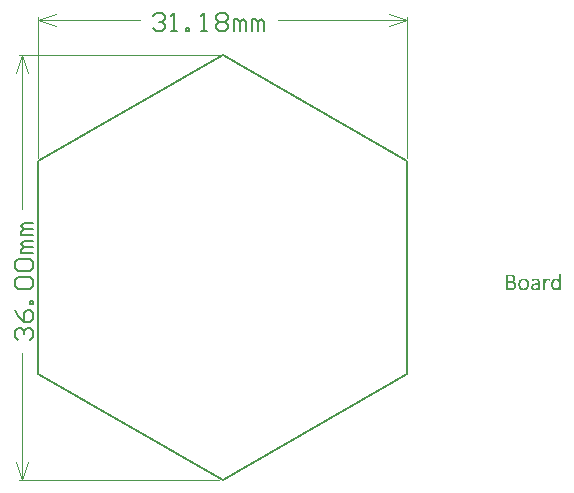
<source format=gm1>
G04*
G04 #@! TF.GenerationSoftware,Altium Limited,Altium Designer,20.1.14 (287)*
G04*
G04 Layer_Color=16711935*
%FSLAX44Y44*%
%MOMM*%
G71*
G04*
G04 #@! TF.SameCoordinates,555A517A-9F76-4A69-B8FD-E90865B7C856*
G04*
G04*
G04 #@! TF.FilePolarity,Positive*
G04*
G01*
G75*
%ADD10C,0.1500*%
%ADD14C,0.1000*%
%ADD36C,0.1524*%
G36*
X285955Y-4915D02*
X286094Y-4938D01*
X286117D01*
X286187Y-4961D01*
X286279Y-4985D01*
X286349Y-5008D01*
X286372D01*
X286395Y-5031D01*
X286488Y-5100D01*
X286511Y-5123D01*
X286534Y-5216D01*
Y-18544D01*
Y-18567D01*
Y-18591D01*
X286488Y-18706D01*
X286464Y-18729D01*
X286349Y-18776D01*
X286326D01*
X286302Y-18799D01*
X286233D01*
X286140Y-18822D01*
X286048D01*
X285932Y-18845D01*
X285562D01*
X285446Y-18822D01*
X285423D01*
X285377Y-18799D01*
X285215Y-18776D01*
X285192D01*
X285169Y-18752D01*
X285076Y-18683D01*
Y-18660D01*
Y-18637D01*
X285053Y-18544D01*
Y-17341D01*
X285030Y-17364D01*
X284937Y-17457D01*
X284775Y-17595D01*
X284590Y-17781D01*
X284382Y-17966D01*
X284127Y-18174D01*
X283850Y-18359D01*
X283572Y-18544D01*
X283549Y-18567D01*
X283433Y-18614D01*
X283294Y-18683D01*
X283086Y-18752D01*
X282831Y-18822D01*
X282554Y-18891D01*
X282230Y-18938D01*
X281906Y-18961D01*
X281744D01*
X281559Y-18938D01*
X281327Y-18914D01*
X281050Y-18868D01*
X280772Y-18799D01*
X280471Y-18706D01*
X280194Y-18591D01*
X280170Y-18567D01*
X280078Y-18521D01*
X279962Y-18428D01*
X279800Y-18313D01*
X279615Y-18174D01*
X279430Y-17989D01*
X279245Y-17781D01*
X279060Y-17549D01*
X279037Y-17526D01*
X278990Y-17434D01*
X278921Y-17295D01*
X278828Y-17110D01*
X278736Y-16901D01*
X278620Y-16624D01*
X278528Y-16346D01*
X278435Y-16022D01*
Y-15976D01*
X278412Y-15860D01*
X278389Y-15675D01*
X278342Y-15444D01*
X278319Y-15166D01*
X278273Y-14842D01*
X278250Y-14518D01*
Y-14148D01*
Y-14125D01*
Y-14101D01*
Y-13963D01*
X278273Y-13731D01*
Y-13454D01*
X278296Y-13130D01*
X278342Y-12782D01*
X278481Y-12065D01*
X278504Y-12019D01*
X278528Y-11903D01*
X278597Y-11741D01*
X278666Y-11510D01*
X278782Y-11255D01*
X278898Y-11001D01*
X279060Y-10723D01*
X279222Y-10469D01*
X279245Y-10445D01*
X279314Y-10353D01*
X279407Y-10237D01*
X279546Y-10098D01*
X279731Y-9913D01*
X279939Y-9751D01*
X280170Y-9589D01*
X280425Y-9450D01*
X280448Y-9427D01*
X280564Y-9381D01*
X280703Y-9335D01*
X280911Y-9265D01*
X281166Y-9196D01*
X281443Y-9126D01*
X281767Y-9103D01*
X282114Y-9080D01*
X282253D01*
X282392Y-9103D01*
X282600Y-9126D01*
X282808Y-9173D01*
X283063Y-9219D01*
X283294Y-9312D01*
X283549Y-9427D01*
X283572Y-9450D01*
X283664Y-9497D01*
X283803Y-9566D01*
X283965Y-9682D01*
X284174Y-9821D01*
X284382Y-10006D01*
X284636Y-10214D01*
X284868Y-10445D01*
Y-5216D01*
Y-5193D01*
Y-5170D01*
X284891Y-5100D01*
Y-5077D01*
X284937Y-5054D01*
X285030Y-5008D01*
X285053D01*
X285099Y-4985D01*
X285169Y-4961D01*
X285284Y-4938D01*
X285307D01*
X285400Y-4915D01*
X285516Y-4892D01*
X285816D01*
X285955Y-4915D01*
D02*
G37*
G36*
X275913Y-9103D02*
X275936D01*
X276005Y-9126D01*
X276121Y-9150D01*
X276237Y-9173D01*
X276260D01*
X276353Y-9196D01*
X276445Y-9219D01*
X276561Y-9265D01*
X276584D01*
X276653Y-9288D01*
X276723Y-9312D01*
X276769Y-9358D01*
X276792D01*
X276815Y-9381D01*
X276861Y-9450D01*
X276885Y-9474D01*
Y-9566D01*
Y-9589D01*
X276908Y-9612D01*
Y-9682D01*
Y-9774D01*
Y-9797D01*
X276931Y-9867D01*
Y-9959D01*
Y-10122D01*
Y-10168D01*
Y-10260D01*
Y-10376D01*
X276908Y-10492D01*
Y-10515D01*
Y-10561D01*
X276861Y-10723D01*
Y-10746D01*
X276838Y-10769D01*
X276792Y-10862D01*
X276769Y-10885D01*
X276676Y-10908D01*
X276607D01*
X276468Y-10862D01*
X276445D01*
X276399Y-10839D01*
X276306Y-10792D01*
X276214Y-10769D01*
X276190D01*
X276121Y-10746D01*
X276028Y-10700D01*
X275890Y-10677D01*
X275867D01*
X275774Y-10654D01*
X275635Y-10631D01*
X275450D01*
X275334Y-10654D01*
X275196Y-10677D01*
X275010Y-10746D01*
X274964Y-10769D01*
X274872Y-10816D01*
X274710Y-10931D01*
X274501Y-11070D01*
X274455Y-11116D01*
X274339Y-11232D01*
X274154Y-11440D01*
X273946Y-11695D01*
X273923Y-11718D01*
X273900Y-11764D01*
X273830Y-11834D01*
X273761Y-11949D01*
X273668Y-12088D01*
X273576Y-12250D01*
X273321Y-12621D01*
Y-18544D01*
Y-18567D01*
Y-18591D01*
X273275Y-18683D01*
X273252Y-18706D01*
X273136Y-18776D01*
X273113D01*
X273067Y-18799D01*
X272997D01*
X272882Y-18822D01*
X272789D01*
X272650Y-18845D01*
X272211D01*
X272072Y-18822D01*
X272049D01*
X272002Y-18799D01*
X271840Y-18776D01*
X271817D01*
X271794Y-18752D01*
X271702Y-18683D01*
Y-18637D01*
X271678Y-18544D01*
Y-9543D01*
Y-9520D01*
Y-9497D01*
X271702Y-9404D01*
X271725Y-9381D01*
X271771Y-9335D01*
X271817Y-9312D01*
X271840D01*
X271887Y-9288D01*
X271956Y-9265D01*
X272049Y-9242D01*
X272072D01*
X272141Y-9219D01*
X272650D01*
X272766Y-9242D01*
X272789D01*
X272858Y-9265D01*
X272928Y-9288D01*
X272997Y-9312D01*
X273020D01*
X273043Y-9335D01*
X273090Y-9358D01*
X273113Y-9404D01*
X273136Y-9427D01*
X273159Y-9543D01*
Y-10862D01*
X273182Y-10839D01*
X273229Y-10769D01*
X273298Y-10677D01*
X273391Y-10538D01*
X273599Y-10260D01*
X273853Y-9983D01*
X273877Y-9959D01*
X273900Y-9913D01*
X274062Y-9774D01*
X274247Y-9612D01*
X274455Y-9450D01*
X274478D01*
X274501Y-9427D01*
X274640Y-9335D01*
X274825Y-9242D01*
X275033Y-9173D01*
X275057D01*
X275080Y-9150D01*
X275219Y-9126D01*
X275404Y-9103D01*
X275612Y-9080D01*
X275797D01*
X275913Y-9103D01*
D02*
G37*
G36*
X244374Y-5864D02*
X244675Y-5887D01*
X244999Y-5933D01*
X245299Y-6003D01*
X245600Y-6072D01*
X245623D01*
X245716Y-6118D01*
X245855Y-6165D01*
X246040Y-6234D01*
X246433Y-6442D01*
X246642Y-6581D01*
X246827Y-6720D01*
X246850Y-6743D01*
X246919Y-6789D01*
X247012Y-6882D01*
X247104Y-6998D01*
X247243Y-7160D01*
X247359Y-7345D01*
X247474Y-7530D01*
X247590Y-7761D01*
X247613Y-7784D01*
X247637Y-7877D01*
X247683Y-7993D01*
X247729Y-8155D01*
X247775Y-8363D01*
X247799Y-8594D01*
X247845Y-8849D01*
Y-9126D01*
Y-9150D01*
Y-9196D01*
Y-9288D01*
X247822Y-9404D01*
X247799Y-9682D01*
X247729Y-10006D01*
Y-10029D01*
X247706Y-10075D01*
X247683Y-10168D01*
X247637Y-10260D01*
X247544Y-10515D01*
X247382Y-10792D01*
Y-10816D01*
X247336Y-10839D01*
X247243Y-11001D01*
X247081Y-11209D01*
X246850Y-11417D01*
X246827D01*
X246803Y-11464D01*
X246734Y-11510D01*
X246642Y-11579D01*
X246410Y-11718D01*
X246109Y-11880D01*
X246132D01*
X246202Y-11903D01*
X246294Y-11926D01*
X246433Y-11949D01*
X246757Y-12065D01*
X247104Y-12250D01*
X247127D01*
X247174Y-12297D01*
X247266Y-12343D01*
X247382Y-12435D01*
X247637Y-12644D01*
X247891Y-12921D01*
X247914Y-12945D01*
X247960Y-12991D01*
X248007Y-13083D01*
X248099Y-13199D01*
X248169Y-13338D01*
X248261Y-13500D01*
X248446Y-13893D01*
Y-13916D01*
X248470Y-13986D01*
X248516Y-14101D01*
X248562Y-14240D01*
X248585Y-14425D01*
X248631Y-14611D01*
X248655Y-15073D01*
Y-15096D01*
Y-15189D01*
Y-15305D01*
X248631Y-15444D01*
X248608Y-15629D01*
X248585Y-15814D01*
X248493Y-16207D01*
Y-16230D01*
X248470Y-16300D01*
X248423Y-16392D01*
X248377Y-16508D01*
X248238Y-16809D01*
X248053Y-17133D01*
X248030Y-17156D01*
X248007Y-17202D01*
X247937Y-17271D01*
X247868Y-17387D01*
X247660Y-17619D01*
X247382Y-17850D01*
X247359Y-17873D01*
X247313Y-17896D01*
X247220Y-17966D01*
X247127Y-18035D01*
X246989Y-18105D01*
X246827Y-18197D01*
X246479Y-18359D01*
X246456D01*
X246387Y-18382D01*
X246294Y-18428D01*
X246156Y-18475D01*
X246017Y-18521D01*
X245832Y-18591D01*
X245415Y-18683D01*
X245392D01*
X245322Y-18706D01*
X245207D01*
X245045Y-18729D01*
X244860Y-18752D01*
X244628D01*
X244397Y-18776D01*
X240695D01*
X240602Y-18752D01*
X240463Y-18706D01*
X240301Y-18637D01*
X240278Y-18614D01*
X240209Y-18498D01*
X240139Y-18336D01*
X240116Y-18081D01*
Y-6558D01*
Y-6535D01*
Y-6489D01*
X240139Y-6350D01*
X240186Y-6165D01*
X240301Y-6003D01*
X240348Y-5979D01*
X240440Y-5910D01*
X240579Y-5864D01*
X240741Y-5841D01*
X244119D01*
X244374Y-5864D01*
D02*
G37*
G36*
X265662Y-9103D02*
X265917Y-9126D01*
X266194Y-9173D01*
X266472Y-9242D01*
X266726Y-9312D01*
X266750D01*
X266842Y-9358D01*
X266958Y-9404D01*
X267120Y-9474D01*
X267490Y-9682D01*
X267675Y-9821D01*
X267837Y-9959D01*
X267860Y-9983D01*
X267907Y-10029D01*
X267976Y-10122D01*
X268069Y-10237D01*
X268161Y-10399D01*
X268277Y-10584D01*
X268369Y-10792D01*
X268439Y-11024D01*
Y-11047D01*
X268462Y-11140D01*
X268508Y-11255D01*
X268554Y-11440D01*
X268578Y-11649D01*
X268624Y-11903D01*
X268647Y-12181D01*
Y-12482D01*
Y-18567D01*
Y-18591D01*
Y-18637D01*
X268601Y-18683D01*
X268554Y-18729D01*
X268531D01*
X268508Y-18752D01*
X268439Y-18776D01*
X268323Y-18799D01*
X268300D01*
X268231Y-18822D01*
X268092Y-18845D01*
X267791D01*
X267652Y-18822D01*
X267513Y-18799D01*
X267490D01*
X267421Y-18776D01*
X267351Y-18752D01*
X267282Y-18729D01*
X267259Y-18683D01*
X267236Y-18637D01*
X267212Y-18567D01*
Y-17665D01*
X267189Y-17688D01*
X267120Y-17758D01*
X266981Y-17873D01*
X266842Y-18012D01*
X266634Y-18174D01*
X266402Y-18336D01*
X266171Y-18498D01*
X265893Y-18637D01*
X265870Y-18660D01*
X265778Y-18683D01*
X265616Y-18729D01*
X265431Y-18799D01*
X265199Y-18868D01*
X264945Y-18914D01*
X264667Y-18938D01*
X264366Y-18961D01*
X264112D01*
X263927Y-18938D01*
X263741Y-18914D01*
X263510Y-18891D01*
X263071Y-18776D01*
X263047D01*
X262978Y-18752D01*
X262862Y-18706D01*
X262747Y-18660D01*
X262423Y-18498D01*
X262099Y-18267D01*
X262076Y-18243D01*
X262029Y-18197D01*
X261960Y-18128D01*
X261867Y-18012D01*
X261775Y-17896D01*
X261659Y-17734D01*
X261474Y-17387D01*
Y-17364D01*
X261451Y-17295D01*
X261404Y-17202D01*
X261381Y-17040D01*
X261335Y-16878D01*
X261289Y-16693D01*
X261266Y-16230D01*
Y-16207D01*
Y-16115D01*
X261289Y-15976D01*
X261312Y-15791D01*
X261335Y-15582D01*
X261404Y-15374D01*
X261474Y-15143D01*
X261566Y-14935D01*
X261590Y-14911D01*
X261613Y-14842D01*
X261682Y-14726D01*
X261798Y-14587D01*
X261914Y-14448D01*
X262076Y-14287D01*
X262237Y-14125D01*
X262446Y-13986D01*
X262469Y-13963D01*
X262561Y-13916D01*
X262677Y-13847D01*
X262839Y-13778D01*
X263047Y-13685D01*
X263279Y-13592D01*
X263556Y-13500D01*
X263857Y-13430D01*
X263904D01*
X264019Y-13407D01*
X264181Y-13361D01*
X264413Y-13338D01*
X264690Y-13292D01*
X265014Y-13268D01*
X265384Y-13245D01*
X267004D01*
Y-12551D01*
Y-12528D01*
Y-12458D01*
Y-12366D01*
X266981Y-12250D01*
X266958Y-11949D01*
X266889Y-11649D01*
Y-11625D01*
X266865Y-11579D01*
X266842Y-11510D01*
X266796Y-11417D01*
X266680Y-11186D01*
X266518Y-10978D01*
Y-10955D01*
X266472Y-10931D01*
X266356Y-10816D01*
X266148Y-10677D01*
X265893Y-10561D01*
X265870D01*
X265824Y-10538D01*
X265732Y-10515D01*
X265639Y-10492D01*
X265500Y-10469D01*
X265338Y-10445D01*
X264945Y-10422D01*
X264713D01*
X264575Y-10445D01*
X264204Y-10492D01*
X263834Y-10584D01*
X263811D01*
X263765Y-10607D01*
X263672Y-10631D01*
X263556Y-10677D01*
X263279Y-10769D01*
X263001Y-10908D01*
X262978D01*
X262932Y-10931D01*
X262862Y-10955D01*
X262793Y-11001D01*
X262584Y-11093D01*
X262376Y-11209D01*
X262330Y-11232D01*
X262237Y-11278D01*
X262122Y-11325D01*
X262029Y-11348D01*
X261983D01*
X261867Y-11325D01*
X261844Y-11302D01*
X261775Y-11209D01*
Y-11186D01*
X261751Y-11140D01*
X261705Y-11001D01*
Y-10978D01*
Y-10908D01*
Y-10816D01*
Y-10723D01*
Y-10700D01*
Y-10677D01*
Y-10584D01*
Y-10445D01*
X261728Y-10330D01*
Y-10307D01*
X261775Y-10237D01*
X261821Y-10145D01*
X261890Y-10052D01*
X261914Y-10029D01*
X262006Y-9959D01*
X262145Y-9867D01*
X262353Y-9751D01*
X262376D01*
X262423Y-9728D01*
X262492Y-9682D01*
X262584Y-9635D01*
X262816Y-9543D01*
X263117Y-9427D01*
X263140D01*
X263186Y-9404D01*
X263279Y-9381D01*
X263394Y-9335D01*
X263533Y-9312D01*
X263695Y-9265D01*
X264065Y-9196D01*
X264089D01*
X264158Y-9173D01*
X264251Y-9150D01*
X264389Y-9126D01*
X264528D01*
X264713Y-9103D01*
X265084Y-9080D01*
X265431D01*
X265662Y-9103D01*
D02*
G37*
G36*
X255411D02*
X255666Y-9126D01*
X255967Y-9173D01*
X256291Y-9219D01*
X256615Y-9312D01*
X256938Y-9427D01*
X256985Y-9450D01*
X257077Y-9497D01*
X257239Y-9566D01*
X257425Y-9659D01*
X257656Y-9797D01*
X257887Y-9959D01*
X258119Y-10145D01*
X258327Y-10376D01*
X258350Y-10399D01*
X258419Y-10492D01*
X258512Y-10631D01*
X258651Y-10792D01*
X258766Y-11024D01*
X258905Y-11278D01*
X259044Y-11579D01*
X259160Y-11903D01*
X259183Y-11949D01*
X259206Y-12065D01*
X259252Y-12250D01*
X259299Y-12505D01*
X259345Y-12806D01*
X259391Y-13153D01*
X259438Y-13523D01*
Y-13939D01*
Y-13963D01*
Y-13986D01*
Y-14125D01*
X259414Y-14333D01*
X259391Y-14587D01*
X259368Y-14911D01*
X259322Y-15235D01*
X259229Y-15605D01*
X259137Y-15953D01*
X259114Y-15999D01*
X259090Y-16115D01*
X259021Y-16277D01*
X258905Y-16508D01*
X258790Y-16739D01*
X258651Y-17017D01*
X258466Y-17295D01*
X258258Y-17549D01*
X258234Y-17572D01*
X258165Y-17665D01*
X258026Y-17781D01*
X257864Y-17919D01*
X257656Y-18105D01*
X257425Y-18267D01*
X257147Y-18428D01*
X256823Y-18591D01*
X256777Y-18614D01*
X256661Y-18637D01*
X256499Y-18706D01*
X256244Y-18776D01*
X255967Y-18845D01*
X255620Y-18891D01*
X255249Y-18938D01*
X254833Y-18961D01*
X254648D01*
X254440Y-18938D01*
X254185Y-18914D01*
X253861Y-18891D01*
X253537Y-18822D01*
X253213Y-18752D01*
X252889Y-18637D01*
X252843Y-18614D01*
X252750Y-18567D01*
X252588Y-18498D01*
X252403Y-18405D01*
X252195Y-18267D01*
X251964Y-18105D01*
X251732Y-17896D01*
X251501Y-17688D01*
X251478Y-17665D01*
X251408Y-17572D01*
X251316Y-17434D01*
X251200Y-17271D01*
X251061Y-17040D01*
X250945Y-16786D01*
X250807Y-16485D01*
X250691Y-16161D01*
Y-16115D01*
X250645Y-15999D01*
X250621Y-15814D01*
X250575Y-15559D01*
X250529Y-15258D01*
X250483Y-14911D01*
X250459Y-14541D01*
X250436Y-14125D01*
Y-14101D01*
Y-14078D01*
Y-13939D01*
X250459Y-13731D01*
X250483Y-13454D01*
X250506Y-13130D01*
X250552Y-12806D01*
X250621Y-12435D01*
X250714Y-12088D01*
X250737Y-12042D01*
X250760Y-11926D01*
X250830Y-11764D01*
X250922Y-11533D01*
X251038Y-11302D01*
X251200Y-11024D01*
X251362Y-10746D01*
X251570Y-10492D01*
X251593Y-10469D01*
X251686Y-10376D01*
X251802Y-10260D01*
X251964Y-10098D01*
X252172Y-9936D01*
X252426Y-9774D01*
X252704Y-9589D01*
X253005Y-9450D01*
X253051Y-9427D01*
X253167Y-9381D01*
X253329Y-9335D01*
X253583Y-9265D01*
X253884Y-9196D01*
X254208Y-9126D01*
X254601Y-9103D01*
X255018Y-9080D01*
X255203D01*
X255411Y-9103D01*
D02*
G37*
%LPC*%
G36*
X282253Y-10492D02*
X282160D01*
X282022Y-10515D01*
X281883Y-10538D01*
X281536Y-10607D01*
X281351Y-10700D01*
X281189Y-10792D01*
X281166Y-10816D01*
X281119Y-10839D01*
X281027Y-10908D01*
X280934Y-11001D01*
X280818Y-11116D01*
X280703Y-11255D01*
X280471Y-11602D01*
Y-11625D01*
X280425Y-11695D01*
X280379Y-11788D01*
X280309Y-11926D01*
X280263Y-12088D01*
X280194Y-12273D01*
X280078Y-12713D01*
Y-12736D01*
X280055Y-12806D01*
X280032Y-12945D01*
Y-13083D01*
X280009Y-13292D01*
X279985Y-13500D01*
X279962Y-13963D01*
Y-13986D01*
Y-14078D01*
Y-14217D01*
X279985Y-14379D01*
Y-14587D01*
X280009Y-14819D01*
X280055Y-15305D01*
Y-15328D01*
X280078Y-15420D01*
X280101Y-15536D01*
X280147Y-15698D01*
X280194Y-15860D01*
X280263Y-16068D01*
X280425Y-16462D01*
X280448Y-16485D01*
X280471Y-16531D01*
X280518Y-16624D01*
X280610Y-16739D01*
X280818Y-16994D01*
X281096Y-17248D01*
X281119Y-17271D01*
X281166Y-17295D01*
X281281Y-17341D01*
X281397Y-17387D01*
X281559Y-17457D01*
X281744Y-17503D01*
X281952Y-17526D01*
X282184Y-17549D01*
X282392D01*
X282577Y-17526D01*
X282808Y-17480D01*
X282831D01*
X282855Y-17457D01*
X283017Y-17410D01*
X283202Y-17318D01*
X283433Y-17179D01*
X283456D01*
X283479Y-17133D01*
X283549Y-17086D01*
X283641Y-17040D01*
X283850Y-16855D01*
X284104Y-16647D01*
X284127Y-16624D01*
X284174Y-16577D01*
X284243Y-16508D01*
X284336Y-16415D01*
X284590Y-16138D01*
X284868Y-15814D01*
Y-12204D01*
X284845Y-12158D01*
X284752Y-12065D01*
X284613Y-11926D01*
X284451Y-11741D01*
X284266Y-11533D01*
X284035Y-11325D01*
X283803Y-11116D01*
X283572Y-10931D01*
X283549Y-10908D01*
X283456Y-10862D01*
X283341Y-10792D01*
X283179Y-10700D01*
X282970Y-10631D01*
X282762Y-10561D01*
X282508Y-10515D01*
X282253Y-10492D01*
D02*
G37*
G36*
X243865Y-7252D02*
X241828D01*
Y-11440D01*
X244027D01*
X244189Y-11417D01*
X244536Y-11371D01*
X244698Y-11325D01*
X244860Y-11278D01*
X244883D01*
X244929Y-11255D01*
X244999Y-11209D01*
X245114Y-11140D01*
X245322Y-11001D01*
X245554Y-10816D01*
X245577Y-10792D01*
X245600Y-10769D01*
X245646Y-10700D01*
X245716Y-10607D01*
X245832Y-10399D01*
X245947Y-10122D01*
Y-10098D01*
X245970Y-10052D01*
X245994Y-9983D01*
X246017Y-9867D01*
X246063Y-9612D01*
X246086Y-9312D01*
Y-9288D01*
Y-9219D01*
Y-9126D01*
X246063Y-9011D01*
X246040Y-8733D01*
X245947Y-8455D01*
Y-8432D01*
X245924Y-8386D01*
X245901Y-8317D01*
X245855Y-8224D01*
X245716Y-8016D01*
X245531Y-7807D01*
X245508Y-7784D01*
X245485Y-7761D01*
X245415Y-7715D01*
X245346Y-7669D01*
X245091Y-7530D01*
X244790Y-7414D01*
X244767D01*
X244721Y-7391D01*
X244605Y-7368D01*
X244489Y-7322D01*
X244304Y-7298D01*
X244119Y-7275D01*
X243865Y-7252D01*
D02*
G37*
G36*
X244189Y-12806D02*
X241828D01*
Y-17364D01*
X244536D01*
X244675Y-17341D01*
X244999Y-17295D01*
X245346Y-17225D01*
X245369D01*
X245415Y-17202D01*
X245508Y-17156D01*
X245600Y-17133D01*
X245855Y-16994D01*
X246109Y-16832D01*
X246132Y-16809D01*
X246179Y-16786D01*
X246318Y-16647D01*
X246479Y-16415D01*
X246642Y-16138D01*
Y-16115D01*
X246665Y-16068D01*
X246711Y-15976D01*
X246757Y-15860D01*
X246780Y-15721D01*
X246827Y-15559D01*
X246850Y-15189D01*
Y-15166D01*
Y-15096D01*
Y-14981D01*
X246827Y-14842D01*
X246780Y-14518D01*
X246665Y-14171D01*
Y-14148D01*
X246642Y-14101D01*
X246595Y-14009D01*
X246526Y-13916D01*
X246364Y-13662D01*
X246109Y-13430D01*
X246086Y-13407D01*
X246040Y-13384D01*
X245970Y-13315D01*
X245878Y-13268D01*
X245739Y-13176D01*
X245600Y-13106D01*
X245230Y-12968D01*
X245207D01*
X245137Y-12945D01*
X245022Y-12921D01*
X244860Y-12875D01*
X244675Y-12852D01*
X244443Y-12829D01*
X244189Y-12806D01*
D02*
G37*
G36*
X267004Y-14425D02*
X265338D01*
X265176Y-14448D01*
X264991D01*
X264783Y-14472D01*
X264389Y-14541D01*
X264366D01*
X264320Y-14564D01*
X264227Y-14587D01*
X264112Y-14634D01*
X263834Y-14726D01*
X263580Y-14888D01*
X263556D01*
X263533Y-14935D01*
X263394Y-15050D01*
X263232Y-15212D01*
X263094Y-15444D01*
Y-15467D01*
X263071Y-15490D01*
X263047Y-15559D01*
X263024Y-15652D01*
X262978Y-15883D01*
X262955Y-16161D01*
Y-16184D01*
Y-16277D01*
X262978Y-16392D01*
X263001Y-16554D01*
X263071Y-16739D01*
X263140Y-16925D01*
X263256Y-17110D01*
X263394Y-17271D01*
X263418Y-17295D01*
X263487Y-17341D01*
X263580Y-17387D01*
X263718Y-17457D01*
X263880Y-17549D01*
X264089Y-17595D01*
X264343Y-17642D01*
X264621Y-17665D01*
X264736D01*
X264852Y-17642D01*
X265014Y-17619D01*
X265199Y-17595D01*
X265408Y-17526D01*
X265616Y-17457D01*
X265824Y-17341D01*
X265847Y-17318D01*
X265917Y-17271D01*
X266032Y-17202D01*
X266171Y-17086D01*
X266356Y-16948D01*
X266565Y-16786D01*
X266773Y-16577D01*
X267004Y-16346D01*
Y-14425D01*
D02*
G37*
G36*
X254949Y-10469D02*
X254833D01*
X254694Y-10492D01*
X254509D01*
X254324Y-10538D01*
X254092Y-10584D01*
X253884Y-10654D01*
X253676Y-10746D01*
X253653D01*
X253583Y-10792D01*
X253491Y-10862D01*
X253375Y-10931D01*
X253097Y-11163D01*
X252820Y-11487D01*
X252797Y-11510D01*
X252773Y-11579D01*
X252704Y-11672D01*
X252635Y-11788D01*
X252542Y-11949D01*
X252449Y-12158D01*
X252380Y-12366D01*
X252311Y-12597D01*
Y-12621D01*
X252288Y-12713D01*
X252264Y-12852D01*
X252241Y-13014D01*
X252195Y-13222D01*
X252172Y-13477D01*
X252149Y-13731D01*
Y-14009D01*
Y-14032D01*
Y-14125D01*
Y-14287D01*
X252172Y-14448D01*
Y-14680D01*
X252195Y-14911D01*
X252264Y-15397D01*
Y-15420D01*
X252288Y-15513D01*
X252334Y-15629D01*
X252380Y-15791D01*
X252519Y-16138D01*
X252727Y-16531D01*
X252750Y-16554D01*
X252797Y-16601D01*
X252866Y-16693D01*
X252959Y-16809D01*
X253074Y-16925D01*
X253236Y-17063D01*
X253583Y-17295D01*
X253606D01*
X253676Y-17341D01*
X253792Y-17387D01*
X253953Y-17434D01*
X254139Y-17480D01*
X254370Y-17526D01*
X254625Y-17549D01*
X254902Y-17572D01*
X255018D01*
X255157Y-17549D01*
X255342D01*
X255550Y-17503D01*
X255758Y-17457D01*
X255967Y-17410D01*
X256175Y-17318D01*
X256198Y-17295D01*
X256268Y-17271D01*
X256360Y-17202D01*
X256476Y-17133D01*
X256777Y-16901D01*
X257054Y-16601D01*
X257077Y-16577D01*
X257101Y-16508D01*
X257170Y-16415D01*
X257239Y-16277D01*
X257332Y-16115D01*
X257425Y-15929D01*
X257494Y-15721D01*
X257563Y-15490D01*
Y-15467D01*
X257586Y-15374D01*
X257610Y-15235D01*
X257656Y-15050D01*
X257679Y-14842D01*
X257702Y-14611D01*
X257725Y-14055D01*
Y-14032D01*
Y-13939D01*
Y-13778D01*
X257702Y-13592D01*
Y-13384D01*
X257679Y-13153D01*
X257586Y-12667D01*
Y-12644D01*
X257563Y-12551D01*
X257517Y-12435D01*
X257471Y-12273D01*
X257332Y-11903D01*
X257124Y-11533D01*
X257101Y-11510D01*
X257077Y-11440D01*
X257008Y-11371D01*
X256915Y-11255D01*
X256800Y-11140D01*
X256638Y-11001D01*
X256476Y-10885D01*
X256291Y-10769D01*
X256268Y-10746D01*
X256198Y-10723D01*
X256082Y-10677D01*
X255920Y-10607D01*
X255735Y-10561D01*
X255504Y-10515D01*
X255249Y-10492D01*
X254949Y-10469D01*
D02*
G37*
%LPD*%
D10*
X-155885Y-90000D02*
Y90000D01*
X0Y180000D01*
X155885Y90000D01*
Y-90000D02*
Y90000D01*
X0Y-180000D02*
X155885Y-90000D01*
X-155885D02*
X0Y-180000D01*
D14*
X-155885Y210000D02*
X-140645Y215080D01*
X-155885Y210000D02*
X-140645Y204920D01*
X140645D02*
X155885Y210000D01*
X140645Y215080D02*
X155885Y210000D01*
X-155885D02*
X-70023D01*
X46975D02*
X155885D01*
X-155885Y93250D02*
Y212500D01*
X155885Y93250D02*
Y212500D01*
X-170000Y180000D02*
X-164920Y164760D01*
X-175080D02*
X-170000Y180000D01*
X-175080Y-164760D02*
X-170000Y-180000D01*
X-164920Y-164760D01*
X-170000Y49514D02*
Y180000D01*
Y-180000D02*
Y-72562D01*
X-172500Y180000D02*
X-3250D01*
X-172500Y-180000D02*
X-3250D01*
D36*
X-58499Y213554D02*
X-55960Y216094D01*
X-50881D01*
X-48342Y213554D01*
Y211015D01*
X-50881Y208476D01*
X-53421D01*
X-50881D01*
X-48342Y205937D01*
Y203398D01*
X-50881Y200858D01*
X-55960D01*
X-58499Y203398D01*
X-43264Y200858D02*
X-38185D01*
X-40725D01*
Y216094D01*
X-43264Y213554D01*
X-30568Y200858D02*
Y203398D01*
X-28029D01*
Y200858D01*
X-30568D01*
X-17872D02*
X-12794D01*
X-15333D01*
Y216094D01*
X-17872Y213554D01*
X-5176D02*
X-2637Y216094D01*
X2441D01*
X4981Y213554D01*
Y211015D01*
X2441Y208476D01*
X4981Y205937D01*
Y203398D01*
X2441Y200858D01*
X-2637D01*
X-5176Y203398D01*
Y205937D01*
X-2637Y208476D01*
X-5176Y211015D01*
Y213554D01*
X-2637Y208476D02*
X2441D01*
X10059Y200858D02*
Y211015D01*
X12598D01*
X15137Y208476D01*
Y200858D01*
Y208476D01*
X17677Y211015D01*
X20216Y208476D01*
Y200858D01*
X25294D02*
Y211015D01*
X27833D01*
X30372Y208476D01*
Y200858D01*
Y208476D01*
X32912Y211015D01*
X35451Y208476D01*
Y200858D01*
X-173554Y-61038D02*
X-176094Y-58499D01*
Y-53421D01*
X-173554Y-50881D01*
X-171015D01*
X-168476Y-53421D01*
Y-55960D01*
Y-53421D01*
X-165937Y-50881D01*
X-163398D01*
X-160858Y-53421D01*
Y-58499D01*
X-163398Y-61038D01*
X-176094Y-35646D02*
X-173554Y-40725D01*
X-168476Y-45803D01*
X-163398D01*
X-160858Y-43264D01*
Y-38185D01*
X-163398Y-35646D01*
X-165937D01*
X-168476Y-38185D01*
Y-45803D01*
X-160858Y-30568D02*
X-163398D01*
Y-28029D01*
X-160858D01*
Y-30568D01*
X-173554Y-17872D02*
X-176094Y-15333D01*
Y-10254D01*
X-173554Y-7715D01*
X-163398D01*
X-160858Y-10254D01*
Y-15333D01*
X-163398Y-17872D01*
X-173554D01*
Y-2637D02*
X-176094Y-98D01*
Y4981D01*
X-173554Y7520D01*
X-163398D01*
X-160858Y4981D01*
Y-98D01*
X-163398Y-2637D01*
X-173554D01*
X-160858Y12598D02*
X-171015D01*
Y15137D01*
X-168476Y17677D01*
X-160858D01*
X-168476D01*
X-171015Y20216D01*
X-168476Y22755D01*
X-160858D01*
Y27833D02*
X-171015D01*
Y30372D01*
X-168476Y32912D01*
X-160858D01*
X-168476D01*
X-171015Y35451D01*
X-168476Y37990D01*
X-160858D01*
M02*

</source>
